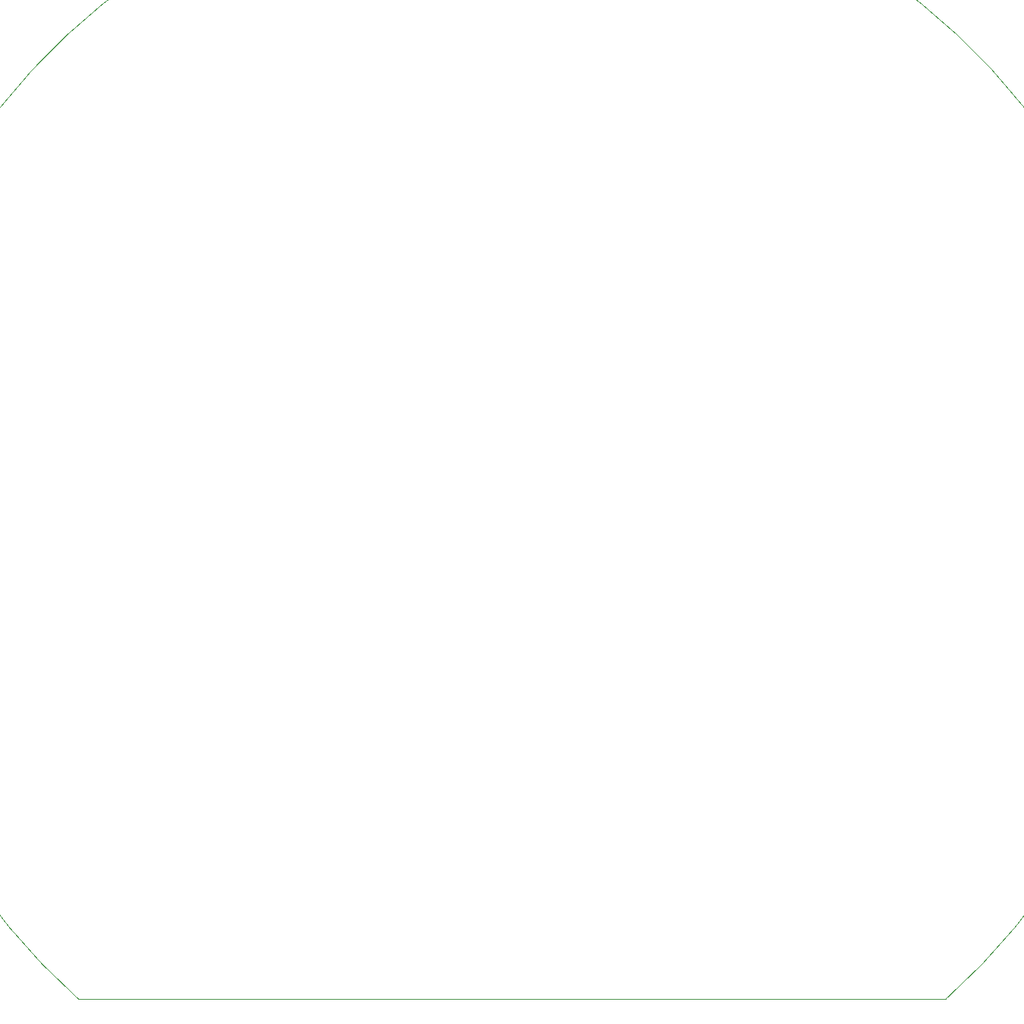
<source format=gbr>
%TF.GenerationSoftware,KiCad,Pcbnew,7.0.8*%
%TF.CreationDate,2024-05-08T13:20:20-04:00*%
%TF.ProjectId,PowerBoard_2024,506f7765-7242-46f6-9172-645f32303234,rev?*%
%TF.SameCoordinates,Original*%
%TF.FileFunction,Profile,NP*%
%FSLAX46Y46*%
G04 Gerber Fmt 4.6, Leading zero omitted, Abs format (unit mm)*
G04 Created by KiCad (PCBNEW 7.0.8) date 2024-05-08 13:20:20*
%MOMM*%
%LPD*%
G01*
G04 APERTURE LIST*
%TA.AperFunction,Profile*%
%ADD10C,0.100000*%
%TD*%
G04 APERTURE END LIST*
D10*
X187349000Y-152322200D02*
X90549000Y-152322200D01*
X187349000Y-152322200D02*
G75*
G03*
X90549000Y-152322200I-48400000J54400000D01*
G01*
M02*

</source>
